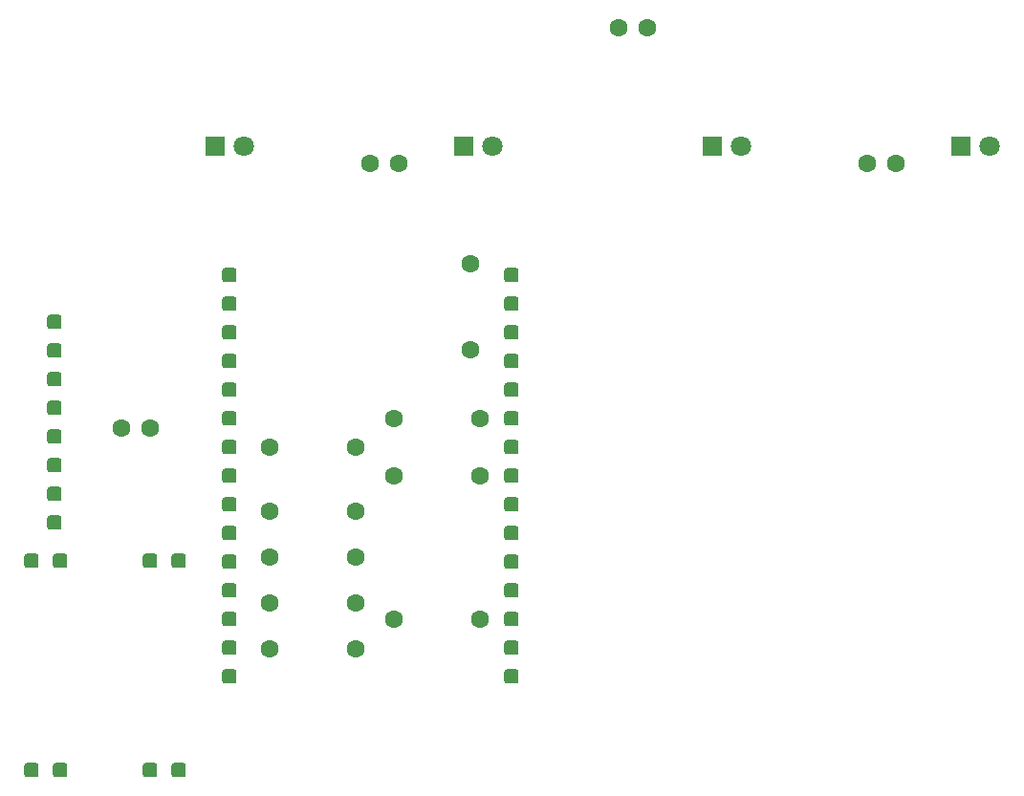
<source format=gbr>
%TF.GenerationSoftware,KiCad,Pcbnew,9.0.3*%
%TF.CreationDate,2025-08-18T22:42:58+09:00*%
%TF.ProjectId,espCon_main,65737043-6f6e-45f6-9d61-696e2e6b6963,rev?*%
%TF.SameCoordinates,Original*%
%TF.FileFunction,Soldermask,Top*%
%TF.FilePolarity,Negative*%
%FSLAX46Y46*%
G04 Gerber Fmt 4.6, Leading zero omitted, Abs format (unit mm)*
G04 Created by KiCad (PCBNEW 9.0.3) date 2025-08-18 22:42:58*
%MOMM*%
%LPD*%
G01*
G04 APERTURE LIST*
G04 Aperture macros list*
%AMRoundRect*
0 Rectangle with rounded corners*
0 $1 Rounding radius*
0 $2 $3 $4 $5 $6 $7 $8 $9 X,Y pos of 4 corners*
0 Add a 4 corners polygon primitive as box body*
4,1,4,$2,$3,$4,$5,$6,$7,$8,$9,$2,$3,0*
0 Add four circle primitives for the rounded corners*
1,1,$1+$1,$2,$3*
1,1,$1+$1,$4,$5*
1,1,$1+$1,$6,$7*
1,1,$1+$1,$8,$9*
0 Add four rect primitives between the rounded corners*
20,1,$1+$1,$2,$3,$4,$5,0*
20,1,$1+$1,$4,$5,$6,$7,0*
20,1,$1+$1,$6,$7,$8,$9,0*
20,1,$1+$1,$8,$9,$2,$3,0*%
G04 Aperture macros list end*
%ADD10C,1.600000*%
%ADD11R,1.800000X1.800000*%
%ADD12C,1.800000*%
%ADD13RoundRect,0.190500X-0.444500X0.444500X-0.444500X-0.444500X0.444500X-0.444500X0.444500X0.444500X0*%
%ADD14RoundRect,0.190500X-0.444500X-0.444500X0.444500X-0.444500X0.444500X0.444500X-0.444500X0.444500X0*%
G04 APERTURE END LIST*
D10*
%TO.C,R5*%
X112000000Y-113420000D03*
X119620000Y-113420000D03*
%TD*%
%TO.C,R4*%
X112000000Y-100720000D03*
X119620000Y-100720000D03*
%TD*%
%TO.C,R3*%
X101000000Y-98180000D03*
X108620000Y-98180000D03*
%TD*%
%TO.C,R2*%
X112000000Y-95640000D03*
X119620000Y-95640000D03*
%TD*%
%TO.C,RV3*%
X134450634Y-61000000D03*
X131910634Y-61000000D03*
%TD*%
%TO.C,R_LED2*%
X101000000Y-103850000D03*
X108620000Y-103850000D03*
%TD*%
D11*
%TO.C,D5*%
X96180634Y-71500000D03*
D12*
X98720634Y-71500000D03*
%TD*%
D11*
%TO.C,D4*%
X118180634Y-71500000D03*
D12*
X120720634Y-71500000D03*
%TD*%
D13*
%TO.C,5VStepdown1*%
X92990634Y-108250000D03*
X90450634Y-108250000D03*
X82450634Y-108250000D03*
X79910634Y-108250000D03*
X92990634Y-126750000D03*
X90450634Y-126750000D03*
X82450634Y-126750000D03*
X79910634Y-126750000D03*
%TD*%
D14*
%TO.C,ESP32_DevkitC1*%
X97450634Y-82940000D03*
X97450634Y-85480000D03*
X97450634Y-88020000D03*
X97450634Y-90560000D03*
X97450634Y-93100000D03*
X97450634Y-95640000D03*
X97450634Y-98180000D03*
X97450634Y-100720000D03*
X97450634Y-103260000D03*
X97450634Y-105800000D03*
X97450634Y-108340000D03*
X97450634Y-110880000D03*
X97450634Y-113420000D03*
X97450634Y-115960000D03*
X97450634Y-118500000D03*
X122450634Y-118500000D03*
X122450634Y-115960000D03*
X122450634Y-113420000D03*
X122450634Y-110880000D03*
X122450634Y-108340000D03*
X122450634Y-105800000D03*
X122450634Y-103260000D03*
X122450634Y-100720000D03*
X122450634Y-98180000D03*
X122450634Y-95640000D03*
X122450634Y-93100000D03*
X122450634Y-90560000D03*
X122450634Y-88020000D03*
X122450634Y-85480000D03*
X122450634Y-82940000D03*
%TD*%
D10*
%TO.C,R_LED3*%
X101000000Y-107900000D03*
X108620000Y-107900000D03*
%TD*%
%TO.C,RV2*%
X156450634Y-73000000D03*
X153910634Y-73000000D03*
%TD*%
%TO.C,RV5*%
X90450634Y-96500000D03*
X87910634Y-96500000D03*
%TD*%
%TO.C,R_LED5*%
X101000000Y-116000000D03*
X108620000Y-116000000D03*
%TD*%
D11*
%TO.C,D3*%
X140180634Y-71500000D03*
D12*
X142720634Y-71500000D03*
%TD*%
D11*
%TO.C,D2*%
X162180634Y-71500000D03*
D12*
X164720634Y-71500000D03*
%TD*%
D10*
%TO.C,RV4*%
X112450634Y-73000000D03*
X109910634Y-73000000D03*
%TD*%
%TO.C,Pullup1*%
X118800634Y-89500000D03*
X118800634Y-81880000D03*
%TD*%
D14*
%TO.C,MPU1*%
X81950634Y-87110000D03*
X81950634Y-89650000D03*
X81950634Y-92190000D03*
X81950634Y-94730000D03*
X81950634Y-97270000D03*
X81950634Y-99810000D03*
X81950634Y-102350000D03*
X81950634Y-104890000D03*
%TD*%
D10*
%TO.C,R_LED4*%
X101000000Y-111950000D03*
X108620000Y-111950000D03*
%TD*%
M02*

</source>
